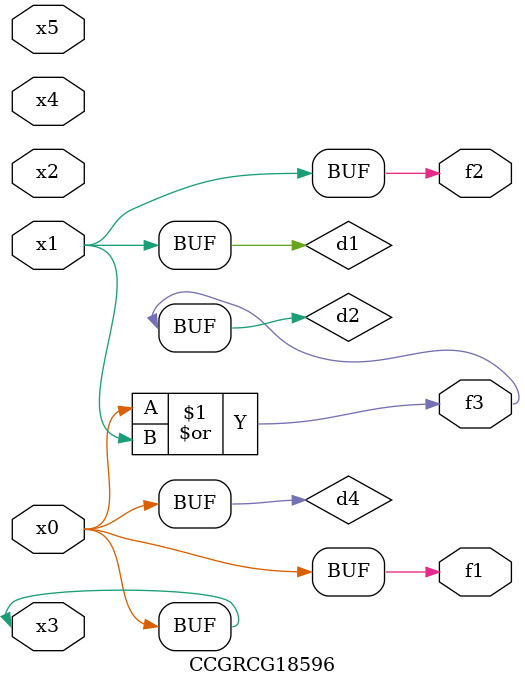
<source format=v>
module CCGRCG18596(
	input x0, x1, x2, x3, x4, x5,
	output f1, f2, f3
);

	wire d1, d2, d3, d4;

	and (d1, x1);
	or (d2, x0, x1);
	nand (d3, x0, x5);
	buf (d4, x0, x3);
	assign f1 = d4;
	assign f2 = d1;
	assign f3 = d2;
endmodule

</source>
